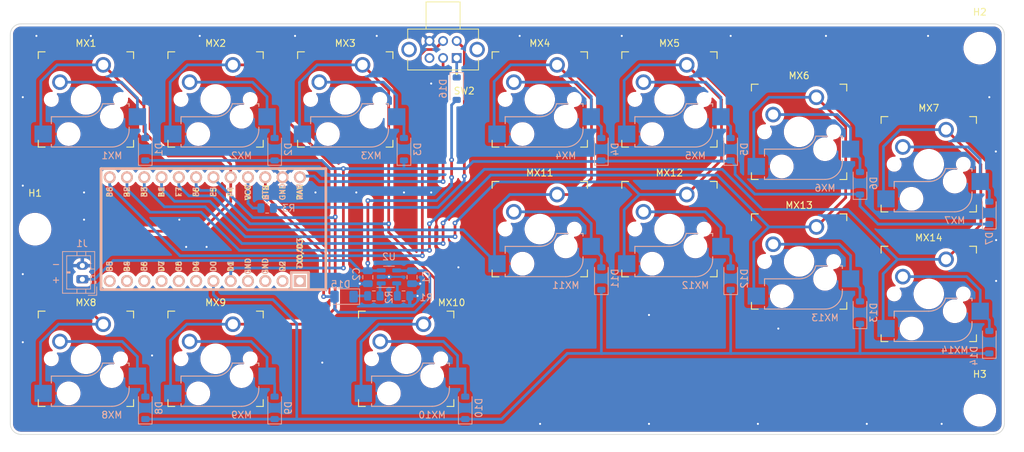
<source format=kicad_pcb>
(kicad_pcb (version 20221018) (generator pcbnew)
  (layers (0 "F.Cu" signal) (31 "B.Cu" signal) (34 "B.Paste" user) (35 "F.Paste" user) (36 "B.SilkS" user "B.Silkscreen") (37 "F.SilkS" user "F.Silkscreen") (38 "B.Mask" user) (39 "F.Mask" user) (44 "Edge.Cuts" user))
  (net 0 "")
  (net 5 "/ROW0")
  (net 6 "/ROW1")
  (net 8 "Net-(D16-K)")
  (net 9 "/COL0")
  (net 10 "/COL1")
  (net 11 "/COL2")
  (net 12 "/COL3")
  (net 13 "/COL4")
  (net 14 "/COL5")
  (net 15 "/COL6")
  (net 16 "Net-(SW2B-A)")
  (net 17 "+3.3V")
  (net 18 "Net-(D1-A)")
  (net 19 "Net-(D2-A)")
  (net 20 "Net-(D3-A)")
  (net 21 "Net-(D4-A)")
  (net 22 "Net-(D5-A)")
  (net 23 "Net-(D6-A)")
  (net 24 "Net-(D7-A)")
  (net 25 "Net-(SW2A-B)")
  (net 26 "Net-(D8-A)")
  (net 27 "Net-(D9-A)")
  (net 28 "Net-(D10-A)")
  (net 29 "Net-(D11-A)")
  (net 30 "Net-(D12-A)")
  (net 31 "Net-(D13-A)")
  (net 32 "Net-(D14-A)")
  (net 34 "Net-(SW2B-B)")
  (net 38 "GND")
  (net 39 "VDD")
  (net 40 "Net-(D15-K)")
  (net 41 "+BATT")
  (net 42 "Net-(U2-PROG)")
  (net 43 "Net-(U2-STAT)")
  (footprint "Hitbox_PCB:Kailh_socket_MX_optional" (layer "F.Cu") (at 127.005 33.3375)
    (fp_text reference "MX5")
    (fp_text value "MX_SW_solder")
  )
  (footprint "MountingHole:MountingHole_4.3mm_M4" (layer "F.Cu") (at 33.8 52.4)
    (fp_text reference "H1")
    (fp_text value "MountingHole")
  )
  (footprint "Hitbox_PCB:Kailh_socket_MX_optional" (layer "F.Cu") (at 146.05 38.0975)
    (fp_text reference "MX6")
    (fp_text value "MX_SW_solder")
  )
  (footprint "Hitbox_PCB:SW_EG2208" (layer "F.Cu") (at 93.75 26 180)
    (fp_text reference "SW2")
    (fp_text value "EG2208")
  )
  (footprint "Hitbox_PCB:Kailh_socket_MX_optional" (layer "F.Cu") (at 41.275 71.4375)
    (fp_text reference "MX8")
    (fp_text value "MX_SW_solder")
  )
  (footprint "Hitbox_PCB:Kailh_socket_MX_optional" (layer "F.Cu") (at 165.105 42.8575)
    (fp_text reference "MX7")
    (fp_text value "MX_SW_solder")
  )
  (footprint "Hitbox_PCB:Kailh_socket_MX_optional" (layer "F.Cu") (at 107.955 33.3375)
    (fp_text reference "MX4")
    (fp_text value "MX_SW_solder")
  )
  (footprint "Hitbox_PCB:Kailh_socket_MX_optional" (layer "F.Cu") (at 107.955 52.3875)
    (fp_text reference "MX11")
    (fp_text value "MX_SW_solder")
  )
  (footprint "MountingHole:MountingHole_4.3mm_M4" (layer "F.Cu") (at 172.6 25.8)
    (fp_text reference "H2")
    (fp_text value "MountingHole")
  )
  (footprint "MountingHole:MountingHole_4.3mm_M4" (layer "F.Cu") (at 172.6 79)
    (fp_text reference "H3")
    (fp_text value "MountingHole")
  )
  (footprint "Hitbox_PCB:Kailh_socket_MX_optional" (layer "F.Cu") (at 146.055 57.1475)
    (fp_text reference "MX13")
    (fp_text value "MX_SW_solder")
  )
  (footprint "Hitbox_PCB:Kailh_socket_MX_optional" (layer "F.Cu") (at 60.325 33.3375)
    (fp_text reference "MX2")
    (fp_text value "MX_SW_solder")
  )
  (footprint "Hitbox_PCB:Kailh_socket_MX_optional" (layer "F.Cu") (at 127.005 52.3875)
    (fp_text reference "MX12")
    (fp_text value "MX_SW_solder")
  )
  (footprint "Hitbox_PCB:Kailh_socket_MX_optional" (layer "F.Cu") (at 41.275 33.3375)
    (fp_text reference "MX1")
    (fp_text value "MX_SW_solder")
  )
  (footprint "Hitbox_PCB:Kailh_socket_MX_optional" (layer "F.Cu") (at 60.325 71.4375)
    (fp_text reference "MX9")
    (fp_text value "MX_SW_solder")
  )
  (footprint "Hitbox_PCB:Kailh_socket_MX_optional" (layer "F.Cu") (at 79.375 33.3375)
    (fp_text reference "MX3")
    (fp_text value "MX_SW_solder")
  )
  (footprint "Hitbox_PCB:Kailh_socket_MX_optional" (layer "F.Cu") (at 165.105 61.9075)
    (fp_text reference "MX14")
    (fp_text value "MX_SW_solder")
  )
  (footprint "Hitbox_PCB:Kailh_socket_MX_optional" (layer "F.Cu") (at 88.325 71.4375)
    (fp_text reference "MX10")
    (fp_text value "MX_SW_solder")
  )
  (footprint "Keebio:ArduinoProMicro" (layer "B.Cu") (at 58.7375 52.3875 180)
    (fp_text reference "U1" hide)
    (fp_text value "ProMicro" hide)
  )
  (footprint "Package_TO_SOT_SMD:SOT-23-5" (layer "B.Cu") (at 85.8 59.4)
    (fp_text reference "U2")
    (fp_text value "MCP73831T-2ACI/OT")
  )
  (footprint "Capacitor_SMD:C_0805_2012Metric" (layer "B.Cu") (at 82.6875 59.45 -90)
    (fp_text reference "C2")
    (fp_text value "4.7uF")
  )
  (footprint "Diode_SMD:D_SOD-123" (layer "B.Cu") (at 117 59.65 90)
    (fp_text reference "D11")
    (fp_text value "1N4448W-TP")
  )
  (footprint "Resistor_SMD:R_0805_2012Metric" (layer "B.Cu") (at 87.9375 62.2)
    (fp_text reference "R1")
    (fp_text value "2k")
  )
  (footprint "Diode_SMD:D_SOD-123" (layer "B.Cu") (at 69 40.65 90)
    (fp_text reference "D2")
    (fp_text value "1N4448W-TP")
  )
  (footprint "Diode_SMD:D_SOD-123" (layer "B.Cu") (at 69 78.65 90)
    (fp_text reference "D9")
    (fp_text value "1N4448W-TP")
  )
  (footprint "Capacitor_SMD:C_0805_2012Metric" (layer "B.Cu") (at 89.1875 59.45 90)
    (fp_text reference "C1")
    (fp_text value "4.7uF")
  )
  (footprint "Diode_SMD:D_SOD-123" (layer "B.Cu") (at 174 50 90)
    (fp_text reference "D7")
    (fp_text value "1N4448W-TP")
  )
  (footprint "Diode_SMD:D_SOD-123" (layer "B.Cu") (at 95.75 31.75 -90)
    (fp_text reference "D16")
    (fp_text value "MBR0520")
  )
  (footprint "Diode_SMD:D_SOD-123" (layer "B.Cu") (at 174 69 90)
    (fp_text reference "D14")
    (fp_text value "1N4448W-TP")
  )
  (footprint "Diode_SMD:D_SOD-123" (layer "B.Cu") (at 50 40.65 90)
    (fp_text reference "D1")
    (fp_text value "1N4448W-TP")
  )
  (footprint "Connector_JST:JST_PH_B2B-PH-K_1x02_P2.00mm_Vertical" (layer "B.Cu") (at 40.75 59.75 90)
    (fp_text reference "J1")
    (fp_text value "B2B-PH-K-S(LF)(SN)")
  )
  (footprint "Resistor_SMD:R_0805_2012Metric" (layer "B.Cu") (at 83.575 62.2 180)
    (fp_text reference "R2")
    (fp_text value "470")
  )
  (footprint "Diode_SMD:D_SOD-123" (layer "B.Cu") (at 88 40.65 90)
    (fp_text reference "D3")
    (fp_text value "1N4448W-TP")
  )
  (footprint "Diode_SMD:D_SOD-123" (layer "B.Cu") (at 155 45.65 90)
    (fp_text reference "D6")
    (fp_text value "1N4448W-TP")
  )
  (footprint "Diode_SMD:D_SOD-123" (layer "B.Cu") (at 117 40.65 90)
    (fp_text reference "D4")
    (fp_text value "1N4448W-TP")
  )
  (footprint "LED_SMD:LED_1206_3216Metric" (layer "B.Cu") (at 79.2 62.3 180)
    (fp_text reference "D15")
    (fp_text value "LTST-C230KRKT")
  )
  (footprint "Diode_SMD:D_SOD-123" (layer "B.Cu") (at 97 78.65 90)
    (fp_text reference "D10")
    (fp_text value "1N4448W-TP")
  )
  (footprint "Resistor_SMD:R_0805_2012Metric" (layer "B.Cu") (at 67.9 49.3 180)
    (fp_text reference "R3")
    (fp_text value "100k")
  )
  (footprint "Diode_SMD:D_SOD-123" (layer "B.Cu") (at 155 64.65 90)
    (fp_text reference "D13")
    (fp_text value "1N4448W-TP")
  )
  (footprint "Diode_SMD:D_SOD-123" (layer "B.Cu") (at 136 40.65 90)
    (fp_text reference "D5")
    (fp_text value "1N4448W-TP")
  )
  (footprint "Diode_SMD:D_SOD-123" (layer "B.Cu") (at 136 59.65 90)
    (fp_text reference "D12")
    (fp_text value "1N4448W-TP")
  )
  (footprint "Diode_SMD:D_SOD-123" (layer "B.Cu") (at 50 78.65 90)
    (fp_text reference "D8")
    (fp_text value "1N4448W-TP")
  )
  (gr_line (start 176.2125 23.8125) (end 176.2125 80.9625) (stroke (width 0.1)) (layer "Edge.Cuts"))
  (gr_circle (center 172.6 79) (end 174.6 79) (stroke (width 0.1)) (fill none) (layer "Edge.Cuts"))
  (gr_line (start 30.1625 80.9625) (end 30.1625 23.8125) (stroke (width 0.1)) (layer "Edge.Cuts"))
  (gr_line (start 174.625 82.55) (end 31.75 82.55) (stroke (width 0.1)) (layer "Edge.Cuts"))
  (gr_arc (start 31.75 82.55) (mid 30.627468 82.085032) (end 30.1625 80.9625) (stroke (width 0.1)) (layer "Edge.Cuts"))
  (gr_circle (center 33.8 52.393556) (end 35.8 52.393556) (stroke (width 0.1)) (fill none) (layer "Edge.Cuts"))
  (gr_line (start 31.75 22.225) (end 174.625 22.225) (stroke (width 0.1)) (layer "Edge.Cuts"))
  (gr_arc (start 176.2125 80.9625) (mid 175.747532 82.085032) (end 174.625 82.55) (stroke (width 0.1)) (layer "Edge.Cuts"))
  (gr_circle (center 172.6 25.8) (end 174.6 25.8) (stroke (width 0.1)) (fill none) (layer "Edge.Cuts"))
  (gr_arc (start 30.1625 23.8125) (mid 30.627468 22.689968) (end 31.75 22.225) (stroke (width 0.1)) (layer "Edge.Cuts"))
  (gr_arc (start 174.625 22.225) (mid 175.747532 22.689968) (end 176.2125 23.8125) (stroke (width 0.1)) (layer "Edge.Cuts"))
  (gr_text "-" (at 37.6 58.1) (layer "B.SilkS") (effects (font (size 1 1)) (justify left bottom mirror)))
  (gr_text "+" (at 37.6 60.4) (layer "B.SilkS") (effects (font (size 1 1)) (justify left bottom mirror)))
  (segment (start 79.1 58.1) (end 79.1 43.5) (width 0.4) (layer "F.Cu") (net 5))
  (via (at 79.1 58.1) (size 0.7) (drill 0.3) (layers "F.Cu" "B.Cu") (net 5))
  (via (at 79.1 43.5) (size 0.7) (drill 0.3) (layers "F.Cu" "B.Cu") (net 5))
  (segment (start 79.1 43.5) (end 77.15 43.5) (width 0.4) (layer "B.Cu") (net 5))
  (segment (start 62.5475 60.0075) (end 62.5475 58.6525) (width 0.4) (layer "B.Cu") (net 5))
  (segment (start 136.65 42.95) (end 136.1 42.4) (width 0.4) (layer "B.Cu") (net 5))
  (segment (start 62.55 42.3) (end 50 42.3) (width 0.4) (layer "B.Cu") (net 5))
  (segment (start 155 49) (end 155 47.25) (width 0.4) (layer "B.Cu") (net 5))
  (segment (start 155 47.25) (end 139.55 47.25) (width 0.4) (layer "B.Cu") (net 5))
  (segment (start 157.65 51.65) (end 155 49) (width 0.4) (layer "B.Cu") (net 5))
  (segment (start 117 42.3) (end 117 42.45) (width 0.4) (layer "B.Cu") (net 5))
  (segment (start 62.55 42.3) (end 62.5475 42.3025) (width 0.4) (layer "B.Cu") (net 5))
  (segment (start 117 42.45) (end 98.15 42.45) (width 0.4) (layer "B.Cu") (net 5))
  (segment (start 98.15 42.45) (end 97.1 43.5) (width 0.4) (layer "B.Cu") (net 5))
  (segment (start 174 51.65) (end 157.65 51.65) (width 0.4) (layer "B.Cu") (net 5))
  (segment (start 63.1 58.1) (end 79.1 58.1) (width 0.4) (layer "B.Cu") (net 5))
  (segment (start 136 42.3) (end 136.1 42.4) (width 0.4) (layer "B.Cu") (net 5))
  (segment (start 136.1 42.4) (end 117.1 42.4) (width 0.4) (layer "B.Cu") (net 5))
  (segment (start 77.15 43.5) (end 75.95 42.3) (width 0.4) (layer "B.Cu") (net 5))
  (segment (start 69 42.3) (end 62.55 42.3) (width 0.4) (layer "B.Cu") (net 5))
  (segment (start 62.5475 58.6525) (end 63.1 58.1) (width 0.4) (layer "B.Cu") (net 5))
  (segment (start 136.65 44.35) (end 136.65 42.95) (width 0.4) (layer "B.Cu") (net 5))
  (segment (start 75.95 42.3) (end 69 42.3) (width 0.4) (layer "B.Cu") (net 5))
  (segment (start 139.55 47.25) (end 136.65 44.35) (width 0.4) (layer "B.Cu") (net 5))
  (segment (start 117.1 42.4) (end 117 42.3) (width 0.4) (layer "B.Cu") (net 5))
  (segment (start 88 42.3) (end 88 43.5) (width 0.4) (layer "B.Cu") (net 5))
  (segment (start 97.1 43.5) (end 79.1 43.5) (width 0.4) (layer "B.Cu") (net 5))
  (segment (start 117 61.3) (end 117 70.55) (width 0.4) (layer "B.Cu") (net 6))
  (segment (start 50 80.3) (end 69 80.3) (width 0.4) (layer "B.Cu") (net 6))
  (segment (start 155 66.3) (end 155 70.6) (width 0.4) (layer "B.Cu") (net 6))
  (segment (start 117.1 70.65) (end 112 70.65) (width 0.4) (layer "B.Cu") (net 6))
  (segment (start 174 70.65) (end 155.05 70.65) (width 0.4) (layer "B.Cu") (net 6))
  (segment (start 102.35 80.3) (end 97 80.3) (width 0.4) (layer "B.Cu") (net 6))
  (segment (start 68.75 62.75) (end 72.25 66.25) (width 0.4) (layer "B.Cu") (net 6))
  (segment (start 72.25 80.3) (end 97 80.3) (width 0.4) (layer "B.Cu") (net 6))
  (segment (start 60.0075 60.0075) (end 60.0075 62.0075) (width 0.4) (layer "B.Cu") (net 6))
  (segment (start 60.75 62.75) (end 68.75 62.75) (width 0.4) (layer "B.Cu") (net 6))
  (segment (start 155 70.6) (end 155.05 70.65) (width 0.4) (layer "B.Cu") (net 6))
  (segment (start 60.0075 62.0075) (end 60.75 62.75) (width 0.4) (layer "B.Cu") (net 6))
  (segment (start 136 61.3) (end 136 70.6) (width 0.4) (layer "B.Cu") (net 6))
  (segment (start 72.25 66.25) (end 72.25 80.3) (width 0.4) (layer "B.Cu") (net 6))
  (segment (start 117 70.55) (end 117.1 70.65) (width 0.4) (layer "B.Cu") (net 6))
  (segment (start 136 70.6) (end 136.05 70.65) (width 0.4) (layer "B.Cu") (net 6))
  (segment (start 136.05 70.65) (end 117.1 70.65) (width 0.4) (layer "B.Cu") (net 6))
  (segment (start 155.05 70.65) (end 136.05 70.65) (width 0.4) (layer "B.Cu") (net 6))
  (segment (start 69 80.3) (end 72.25 80.3) (width 0.4) (layer "B.Cu") (net 6))
  (segment (start 112 70.65) (end 102.35 80.3) (width 0.4) (layer "B.Cu") (net 6))
  (segment (start 95.75 30.1) (end 95.75 27.25) (width 0.4) (layer "B.Cu") (net 8))
  (segment (start 38.5 61.0425) (end 38.5 56.8) (width 0.4) (layer "F.Cu") (net 9))
  (segment (start 43.815 66.3575) (end 38.5 61.0425) (width 0.4) (layer "F.Cu") (net 9))
  (segment (start 42.6 52.7) (end 58.2 52.7) (width 0.4) (layer "F.Cu") (net 9))
  (segment (start 62.5475 48.3525) (end 62.5475 44.7675) (width 0.4) (layer "F.Cu") (net 9))
  (segment (start 38.5 56.8) (end 42.6 52.7) (width 0.4) (layer "F.Cu") (net 9))
  (segment (start 62.5475 42.8475) (end 62.5475 44.7675) (width 0.4) (layer "F.Cu") (net 9))
  (segment (start 53.4 41.65) (end 61.35 41.65) (width 0.4) (layer "F.Cu") (net 9))
  (segment (start 49.8 38.05) (end 53.4 41.65) (width 0.4) (layer "F.Cu") (net 9))
  (segment (start 58.2 52.7) (end 62.5475 48.3525) (width 0.4) (layer "F.Cu") (net 9))
  (segment (start 61.35 41.65) (end 62.5475 42.8475) (width 0.4) (layer "F.Cu") (net 9))
  (segment (start 49.8 34.2425) (end 49.8 38.05) (width 0.4) (layer "F.Cu") (net 9))
  (segment (start 43.815 28.2575) (end 49.8 34.2425) (width 0.4) (layer "F.Cu") (net 9))
  (segment (start 34.65 38.0825) (end 34.65 30.65) (width 0.4) (layer "B.Cu") (net 9))
  (segment (start 37.2425 66.3575) (end 43.815 66.3575) (width 0.4) (layer "B.Cu") (net 9))
  (segment (start 34.985 76.5175) (end 34.6 76.1325) (width 0.4) (layer "B.Cu") (net 9))
  (segment (start 37.0425 28.2575) (end 43.815 28.2575) (width 0.4) (layer "B.Cu") (net 9))
  (segment (start 34.6 76.1325) (end 34.6 69) (width 0.4) (layer "B.Cu") (net 9))
  (segment (start 34.985 38.4175) (end 34.65 38.0825) (width 0.4) (layer "B.Cu") (net 9))
  (segment (start 34.65 30.65) (end 37.0425 28.2575) (width 0.4) (layer "B.Cu") (net 9))
  (segment (start 34.6 69) (end 37.2425 66.3575) (width 0.4) (layer "B.Cu") (net 9))
  (segment (start 77.9 50.6) (end 77.9 64) (width 0.4) (layer "F.Cu") (net 10))
  (segment (start 77.9 43.5) (end 71.05 36.65) (width 0.4) (layer "F.Cu") (net 10))
  (segment (start 67.9075 28.2575) (end 62.865 28.2575) (width 0.4) (layer "F.Cu") (net 10))
  (segment (start 71.05 31.4) (end 67.9075 28.2575) (width 0.4) (layer "F.Cu") (net 10))
  (segment (start 77.9 50.6) (end 77.9 43.5) (width 0.4) (layer "F.Cu") (net 10))
  (segment (start 75.5425 66.3575) (end 62.865 66.3575) (width 0.4) (layer "F.Cu") (net 10))
  (segment (start 77.9 64) (end 75.5425 66.3575) (width 0.4) (layer "F.Cu") (net 10))
  (segment (start 71.05 36.65) (end 71.05 31.4) (width 0.4) (layer "F.Cu") (net 10))
  (via (at 77.9 50.6) (size 0.7) (drill 0.3) (layers "F.Cu" "B.Cu") (net 10))
  (segment (start 53.65 38.0325) (end 53.65 30.8) (width 0.4) (layer "B.Cu") (net 10))
  (segment (start 53.7 76.1825) (end 53.7 68.75) (width 0.4) (layer "B.Cu") (net 10))
  (segment (start 53.7 68.75) (end 56.0925 66.3575) (width 0.4) (layer "B.Cu") (net 10))
  (segment (start 77.8 50.7) (end 65.8 50.7) (width 0.4) (layer "B.Cu") (net 10))
  (segment (start 54.035 76.5175) (end 53.7 76.1825) (width 0.4) (layer "B.Cu") (net 10))
  (segment (start 77.9 50.6) (end 77.8 50.7) (width 0.4) (layer "B.Cu") (net 10))
  (segment (start 56.1925 28.2575) (end 62.865 28.2575) (width 0.4) (layer "B.Cu") (net 10))
  (segment (start 65.8 50.7) (end 60.0075 44.9075) (width 0.4) (layer "B.Cu") (net 10))
  (segment (start 60.0075 44.9075) (end 60.0075 44.7675) (width 0.4) (layer "B.Cu") (net 10))
  (segment (start 54.035 38.4175) (end 53.65 38.0325) (width 0.4) (layer "B.Cu") (net 10))
  (segment (start 56.0925 66.3575) (end 62.865 66.3575) (width 0.4) (layer "B.Cu") (net 10))
  (segment (start 53.65 30.8) (end 56.1925 28.2575) (width 0.4) (layer "B.Cu") (net 10))
  (segment (start 85.7559 32.0984) (end 85.7559 52.8559) (width 0.4) (layer "F.Cu") (net 11))
  (segment (start 81.915 28.2575) (end 85.7559 32.0984) (width 0.4) (layer "F.Cu") (net 11))
  (segment (start 85.7559 52.8559) (end 92.6 59.7) (width 0.4) (layer "F.Cu") (net 11))
  (segment (start 92.6 59.7) (end 92.6 64.6225) (width 0.4) (layer "F.Cu") (net 11))
  (segment (start 92.6 64.6225) (end 90.865 66.3575) (width 0.4) (layer "F.Cu") (net 11))
  (via (at 85.7559 51.6) (size 0.7) (drill 0.3) (layers "F.Cu" "B.Cu") (net 11))
  (segment (start 60.5 46.7) (end 58.1 46.7) (width 0.4) (layer "B.Cu") (net 11))
  (segment (start 73.085 38.4175) (end 72.65 37.9825) (width 0.4) (layer "B.Cu") (net 11))
  (segment (start 81.7 68.95) (end 84.2925 66.3575) (width 0.4) (layer "B.Cu") (net 11))
  (segment (start 82.035 76.5175) (end 81.7 76.1825) (width 0.4) (layer "B.Cu") (net 11))
  (segment (start 58.1 46.7) (end 57.4675 46.0675) (width 0.4) (layer "B.Cu") (net 11))
  (segment (start 65.4 51.6) (end 60.5 46.7) (width 0.4) (layer "B.Cu") (net 11))
  (segment (start 72.65 37.9825) (end 72.65 30.85) (width 0.4) (layer "B.Cu") (net 11))
  (segment (start 72.65 30.85) (end 75.2425 28.2575) (width 0.4) (layer "B.Cu") (net 11))
  (segment (start 85.7559 51.6) (end 65.4 51.6) (width 0.4) (layer "B.Cu") (net 11))
  (segment (start 75.2425 28.2575) (end 81.915 28.2575) (width 0.4) (layer "B.Cu") (net 11))
  (segment (start 81.7 76.1825) (end 81.7 68.95) (width 0.4) (layer "B.Cu") (net 11))
  (segment (start 57.4675 46.0675) (end 57.4675 44.7675) (width 0.4) (layer "B.Cu") (net 11))
  (segment (start 84.2925 66.3575) (end 90.865 66.3575) (width 0.4) (layer "B.Cu") (net 11))
  (segment (start 115.55 33.3125) (end 110.495 28.2575) (width 0.4) (layer "F.Cu") (net 12))
  (segment (start 110.495 47.3075) (end 113.1925 47.3075) (width 0.4) (layer "F.Cu") (net 12))
  (segment (start 115.55 44.95) (end 115.55 33.3125) (width 0.4) (layer "F.Cu") (net 12))
  (segment (start 113.1925 47.3075) (end 115.55 44.95) (width 0.4) (layer "F.Cu") (net 12))
  (segment (start 101.25 30.7) (end 103.6925 28.2575) (width 0.4) (layer "B.Cu") (net 12))
  (segment (start 101.3 49.55) (end 103.5425 47.3075) (width 0.4) (layer "B.Cu") (net 12))
  (segment (start 101.3 57.1025) (end 101.3 49.55) (width 0.4) (layer "B.Cu") (net 12))
  (segment (start 54.9275 46.0275) (end 56.4 47.5) (width 0.4) (layer "B.Cu") (net 12))
  (segment (start 65 52.5) (end 96.6975 52.5) (width 0.4) (layer "B.Cu") (net 12))
  (segment (start 103.5425 47.3075) (end 110.495 47.3075) (width 0.4) (layer "B.Cu") (net 12))
  (segment (start 101.665 57.4675) (end 101.3 57.1025) (width 0.4) (layer "B.Cu") (net 12))
  (segment (start 60 47.5) (end 65 52.5) (width 0.4) (layer "B.Cu") (net 12))
  (segment (start 96.6975 52.5) (end 101.665 57.4675) (width 0.4) (layer "B.Cu") (net 12))
  (segment (start 101.25 38.0025) (end 101.25 30.7) (width 0.4) (layer "B.Cu") (net 12))
  (segment (start 56.4 47.5) (end 60 47.5) (width 0.4) (layer "B.Cu") (net 12))
  (segment (start 103.6925 28.2575) (end 110.495 28.2575) (width 0.4) (layer "B.Cu") (net 12))
  (segment (start 54.9275 44.7675) (end 54.9275 46.0275) (width 0.4) (layer "B.Cu") (net 12))
  (segment (start 101.665 38.4175) (end 101.25 38.0025) (width 0.4) (layer "B.Cu") (net 12))
  (segment (start 134.65 42.2025) (end 134.65 33.3625) (width 0.4) (layer "F.Cu") (net 13))
  (segment (start 95.5 53.5) (end 95.5 51.5) (width 0.4) (layer "F.Cu") (net 13))
  (segment (start 129.545 47.3075) (end 134.65 42.2025) (width 0.4) (layer "F.Cu") (net 13))
  (segment (start 134.65 33.3625) (end 129.545 28.2575) (width 0.4) (layer "F.Cu") (net 13))
  (via (at 95.5 51.5) (size 0.7) (drill 0.3) (layers "F.Cu" "B.Cu") (net 13))
  (via (at 95.5 53.5) (size 0.7) (drill 0.3) (layers "F.Cu" "B.Cu") (net 13))
  (segment (start 120.735 45.45) (end 122.5925 47.3075) (width 0.4) (layer "B.Cu") (net 13))
  (segment (start 54.3 48.3) (end 52.3875 46.3875) (width 0.4) (layer "B.Cu") (net 13))
  (segment (start 95.5 53.5) (end 64.7 53.5) (width 0.4) (layer "B.Cu") (net 13))
  (segment (start 120.35 30.55) (end 122.6425 28.2575) (width 0.4) (layer "B.Cu") (net 13))
  (segment (start 120.35 38.0525) (end 120.35 30.55) (width 0.4) (layer "B.Cu") (net 13))
  (segment (start 120.715 38.4175) (end 120.35 38.0525) (width 0.4) (layer "B.Cu") (net 13))
  (segment (start 120.715 57.4675) (end 120.35 57.1025) (width 0.4) (layer "B.Cu") (net 13))
  (segment (start 95.5 51.5) (end 101.55 45.45) (width 0.4) (layer "B.Cu") (net 13))
  (segment (start 59.5 48.3) (end 54.3 48.3) (width 0.4) (layer "B.Cu") (net 13))
  (segment (start 120.35 49.55) (end 122.5925 47.3075) (width 0.4) (layer "B.Cu") (net 13))
  (segment (start 52.3875 46.3875) (end 52.3875 44.7675) (width 0.4) (layer "B.Cu") (net 13))
  (segment (start 122.5925 47.3075) (end 129.545 47.3075) (width 0.4) (layer "B.Cu") (net 13))
  (segment (start 122.6425 28.2575) (end 129.545 28.2575) (width 0.4) (layer "B.Cu") (net 13))
  (segment (start 64.7 53.5) (end 59.5 48.3) (width 0.4) (layer "B.Cu") (net 13))
  (segment (start 120.35 57.1025) (end 120.35 49.55) (width 0.4) (layer "B.Cu") (net 13))
  (segment (start 101.55 45.45) (end 120.735 45.45) (width 0.4) (layer "B.Cu") (net 13))
  (segment (start 152.9 47.7625) (end 152.9 37.3275) (width 0.4) (layer "F.Cu") (net 14))
  (segment (start 152.9 37.3275) (end 148.59 33.0175) (width 0.4) (layer "F.Cu") (net 14))
  (segment (start 93.75 51.5) (end 93.75 54.5) (width 0.4) (layer "F.Cu") (net 14))
  (segment (start 148.595 52.0675) (end 152.9 47.7625) (width 0.4) (layer "F.Cu") (net 14))
  (via (at 93.75 54.5) (size 0.7) (drill 0.3) (layers "F.Cu" "B.Cu") (net 14))
  (via (at 93.75 51.5) (size 0.7) (drill 0.3) (layers "F.Cu" "B.Cu") (net 14))
  (segment (start 141.6325 52.0675) (end 148.595 52.0675) (width 0.4) (layer "B.Cu") (net 14))
  (segment (start 64.2 54.5) (end 58.8 49.1) (width 0.4) (layer "B.Cu") (net 14))
  (segment (start 100.75 44.45) (end 134.015 44.45) (width 0.4) (layer "B.Cu") (net 14))
  (segment (start 93.75 54.5) (end 64.2 54.5) (width 0.4) (layer "B.Cu") (net 14))
  (segment (start 139.76 43.1775) (end 139.4 42.8175) (width 0.4) (layer "B.Cu") (net 14))
  (segment (start 139.4 42.8175) (end 139.4 35.25) (width 0.4) (layer "B.Cu") (net 14))
  (segment (start 93.75 51.45) (end 100.75 44.45) (width 0.4) (layer "B.Cu") (net 14))
  (segment (start 139.765 62.2275) (end 139.4 61.8625) (width 0.4) (layer "B.Cu") (net 14))
  (segment (start 139.4 35.25) (end 141.6325 33.0175) (width 0.4) (layer "B.Cu") (net 14))
  (segment (start 139.4 61.8625) (end 139.4 54.3) (width 0.4) (layer "B.Cu") (net 14))
  (segment (start 52.8 49.1) (end 49.8475 46.1475) (width 0.4) (layer "B.Cu") (net 14))
  (segment (start 141.6325 33.0175) (end 148.59 33.0175) (width 0.4) (layer "B.Cu") (net 14))
  (segment (start 49.8475 46.1475) (end 49.8475 44.7675) (width 0.4) (layer "B.Cu") (net 14))
  (segment (start 58.8 49.1) (end 52.8 49.1) (width 0.4) (layer "B.Cu") (net 14))
  (segment (start 134.015 44.45) (end 141.6325 52.0675) (width 0.4) (layer "B.Cu") (net 14))
  (segment (start 93.75 51.5) (end 93.75 51.45) (width 0.4) (layer "B.Cu") (net 14))
  (segment (start 139.4 54.3) (end 141.6325 52.0675) (width 0.4) (layer "B.Cu") (net 14))
  (segment (start 172.75 42.8825) (end 167.645 37.7775) (width 0.4) (layer "F.Cu") (net 15))
  (segment (start 91.75 51.6) (end 91.75 55.5) (width 0.4) (layer "F.Cu") (net 15))
  (segment (start 172.75 51.7225) (end 172.75 42.8825) (width 0.4) (layer "F.Cu") (net 15))
  (segment (start 167.645 56.8275) (end 172.75 51.7225) (width 0.4) (layer "F.Cu") (net 15))
  (via (at 91.75 51.6) (size 0.7) (drill 0.3) (layers "F.Cu" "B.Cu") (net 15))
  (via (at 91.75 55.5) (size 0.7) (drill 0.3) (layers "F.Cu" "B.Cu") (net 15))
  (segment (start 99.8 43.6) (end 134.75 43.6) (width 0.4) (layer "B.Cu") (net 15))
  (segment (start 91.8 51.6) (end 99.8 43.6) (width 0.4) (layer "B.Cu") (net 15))
  (segment (start 140.65 49.5) (end 153.2 49.5) (width 0.4) (layer "B.Cu") (net 15))
  (segment (start 158.815 66.9875) (end 158.4 66.5725) (width 0.4) (layer "B.Cu") (net 15))
  (segment (start 50.7 49.9) (end 47.3075 46.5075) (width 0.4) (layer "B.Cu") (net 15))
  (segment (start 158.45 40.25) (end 160.9225 37.7775) (width 0.4) (layer "B.Cu") (net 15))
  (segment (start 158.45 47.5725) (end 158.45 40.25) (width 0.4) (layer "B.Cu") (net 15))
  (segment (start 134.75 43.6) (end 140.65 49.5) (width 0.4) (layer "B.Cu") (net 15))
  (segment (start 47.3075 46.5075) (end 47.3075 44.7675) (width 0.4) (layer "B.Cu") (net 15))
  (segment (start 160.5225 56.8275) (end 167.645 56.8275) (width 0.4) (layer "B.Cu") (net 15))
  (segment (start 158.4 58.95) (end 160.5225 56.8275) (width 0.4) (layer "B.Cu") (net 15))
  (segment (start 158.815 47.9375) (end 158.45 47.5725) (width 0.4) (layer "B.Cu") (net 15))
  (segment (start 63.8 55.5) (end 58.2 49.9) (width 0.4) (layer "B.Cu") (net 15))
  (segment (start 91.75 55.5) (end 63.8 55.5) (width 0.4) (layer "B.Cu") (net 15))
  (segment (start 158.4 66.5725) (end 158.4 58.95) (width 0.4) (layer "B.Cu") (net 15))
  (segment (start 160.5225 56.8225) (end 160.5225 56.8275) (width 0.4) (layer "B.Cu") (net 15))
  (segment (start 160.9225 37.7775) (end 167.645 37.7775) (width 0.4) (layer "B.Cu") (net 15))
  (segment (start 58.2 49.9) (end 50.7 49.9) (width 0.4) (layer "B.Cu") (net 15))
  (segment (start 91.75 51.6) (end 91.8 51.6) (width 0.4) (layer "B.Cu") (net 15))
  (segment (start 153.2 49.5) (end 160.5225 56.8225) (width 0.4) (layer "B.Cu") (net 15))
  (segment (start 96.869 44.631) (end 96.869 25.869) (width 0.4) (layer "F.Cu") (net 16))
  (segment (start 96.869 25.869) (end 95.75 24.75) (width 0.4) (layer "F.Cu") (net 16))
  (via (at 96.869 44.631) (size 0.7) (drill 0.3) (layers "F.Cu" "B.Cu") (net 16))
  (segment (start 96.869 45.331) (end 93 49.2) (width 0.4) (layer "B.Cu") (net 16))
  (segment (start 68.9125 49.2) (end 68.8125 49.3) (width 0.4) (layer "B.Cu") (net 16))
  (segment (start 96.869 44.631) (end 96.869 45.331) (width 0.4) (layer "B.Cu") (net 16))
  (segment (start 93 49.2) (end 68.9125 49.2) (width 0.4) (layer "B.Cu") (net 16))
  (segment (start 65.0875 48.5875) (end 65.0875 44.7675) (width 0.4) (layer "B.Cu") (net 17))
  (segment (start 66.9875 49.3) (end 65.8 49.3) (width 0.4) (layer "B.Cu") (net 17))
  (segment (start 65.8 49.3) (end 65.0875 48.5875) (width 0.4) (layer "B.Cu") (net 17))
  (segment (start 46.4975 30.7975) (end 37.465 30.7975) (width 0.4) (layer "B.Cu") (net 18))
  (segment (start 50 37.0425) (end 48.835 35.8775) (width 0.4) (layer "B.Cu") (net 18))
  (segment (start 50 39) (end 50 37.0425) (width 0.4) (layer "B.Cu") (net 18))
  (segment (start 48.835 35.8775) (end 48.835 33.135) (width 0.4) (layer "B.Cu") (net 18))
  (segment (start 48.835 33.135) (end 46.4975 30.7975) (width 0.4) (layer "B.Cu") (net 18))
  (segment (start 67.885 32.935) (end 65.7475 30.7975) (width 0.4) (layer "B.Cu") (net 19))
  (segment (start 69 36.9925) (end 67.885 35.8775) (width 0.4) (layer "B.Cu") (net 19))
  (segment (start 65.7475 30.7975) (end 56.515 30.7975) (width 0.4) (layer "B.Cu") (net 19))
  (segment (start 67.885 35.8775) (end 67.885 32.935) (width 0.4) (layer "B.Cu") (net 19))
  (segment (start 69 39) (end 69 36.9925) (width 0.4) (layer "B.Cu") (net 19))
  (segment (start 86.935 32.735) (end 84.9975 30.7975) (width 0.4) (layer "B.Cu") (net 20))
  (segment (start 88 36.9425) (end 86.935 35.8775) (width 0.4) (layer "B.Cu") (net 20))
  (segment (start 86.935 35.8775) (end 86.935 32.735) (width 0.4) (layer "B.Cu") (net 20))
  (segment (start 88 39) (end 88 36.9425) (width 0.4) (layer "B.Cu") (net 20))
  (segment (start 84.9975 30.7975) (end 75.565 30.7975) (width 0.4) (layer "B.Cu") (net 20))
  (segment (start 115.515 32.915) (end 113.3975 30.7975) (width 0.4) (layer "B.Cu") (net 21))
  (segment (start 115.515 35.8775) (end 115.515 32.915) (width 0.4) (layer "B.Cu") (net 21))
  (segment (start 113.3975 30.7975) (end 104.145 30.7975) (width 0.4) (layer "B.Cu") (net 21))
  (segment (start 117 39) (end 117 37.3625) (width 0.4) (layer "B.Cu") (net 21))
  (segment (start 117 37.3625) (end 115.515 35.8775) (width 0.4) (layer "B.Cu") (net 21))
  (segment (start 136 39) (end 136 37.3125) (width 0.4) (layer "B.Cu") (net 22))
  (segment (start 132.3475 30.7975) (end 123.195 30.7975) (width 0.4) (layer "B.Cu") (net 22))
  (segment (start 136 37.3125) (end 134.565 35.8775) (width 0.4) (layer "B.Cu") (net 22))
  (segment (start 134.565 35.8775) (end 134.565 33.015) (width 0.4) (layer "B.Cu") (net 22))
  (segment (start 134.565 33.015) (end 132.3475 30.7975) (width 0.4) (layer "B.Cu") (net 22))
  (segment (start 155 44) (end 155 42.0275) (width 0.4) (layer "B.Cu") (net 23))
  (segment (start 153.61 37.51) (end 151.6575 35.5575) (width 0.4) (layer "B.Cu") (net 23))
  (segment (start 151.6575 35.5575) (end 142.24 35.5575) (width 0.4) (layer "B.Cu") (net 23))
  (segment (start 155 42.0275) (end 153.61 40.6375) (width 0.4) (layer "B.Cu") (net 23))
  (segment (start 153.61 40.6375) (end 153.61 37.51) (width 0.4) (layer "B.Cu") (net 23))
  (segment (start 174 48.35) (end 174 46.7325) (width 0.4) (layer "B.Cu") (net 24))
  (segment (start 172.665 42.115) (end 170.8675 40.3175) (width 0.4) (layer "B.Cu") (net 24))
  (segment (start 172.665 45.3975) (end 172.665 42.115) (width 0.4) (layer "B.Cu") (net 24))
  (segment (start 174 46.7325) (end 172.665 45.3975) (width 0.4) (layer "B.Cu") (net 24))
  (segment (start 170.8675 40.3175) (end 161.295 40.3175) (width 0.4) (layer "B.Cu") (net 24))
  (segment (start 93.75 45.4) (end 93.75 27.25) (width 0.4) (layer "F.Cu") (net 25))
  (via (at 93.75 45.4) (size 0.7) (drill 0.3) (layers "F.Cu" "B.Cu") (net 25))
  (segment (start 75.6 45.4) (end 74.8 44.6) (width 0.4) (layer "B.Cu") (net 25))
  (segment (start 74.8 44.6) (end 72.875 44.6) (width 0.4) (layer "B.Cu") (net 25))
  (segment (start 72.875 44.6) (end 72.7075 44.7675) (width 0.4) (layer "B.Cu") (net 25))
  (segment (start 93.75 45.4) (end 75.6 45.4) (width 0.4) (layer "B.Cu") (net 25))
  (segment (start 48.835 73.9775) (end 48.835 71.135) (width 0.4) (layer "B.Cu") (net 26))
  (segment (start 50 77) (end 50 75.1425) (width 0.4) (layer "B.Cu") (net 26))
  (segment (start 50 75.1425) (end 48.835 73.9775) (width 0.4) (layer "B.Cu") (net 26))
  (segment (start 46.5975 68.8975) (end 37.465 68.8975) (width 0.4) (layer "B.Cu") (net 26))
  (segment (start 48.835 71.135) (end 46.5975 68.8975) (width 0.4) (layer "B.Cu") (net 26))
  (segment (start 67.885 71.235) (end 65.5475 68.8975) (width 0.4) (layer "B.Cu") (net 27))
  (segment (start 69 77) (end 69 75.0925) (width 0.4) (layer "B.Cu") (net 27))
  (segment (start 65.5475 68.8975) (end 56.515 68.8975) (width 0.4) (layer "B.Cu") (net 27))
  (segment (start 69 75.0925) (end 67.885 73.9775) (width 0.4) (layer "B.Cu") (net 27))
  (segment (start 67.885 73.9775) (end 67.885 71.235) (width 0.4) (layer "B.Cu") (net 27))
  (segment (start 97 75.0925) (end 95.885 73.9775) (width 0.4) (layer "B.Cu") (net 28))
  (segment (start 95.885 70.985) (end 93.7975 68.8975) (width 0.4) (layer "B.Cu") (net 28))
  (segment (start 97 77) (end 97 75.0925) (width 0.4) (layer "B.Cu") (net 28))
  (segment (start 93.7975 68.8975) (end 84.515 68.8975) (width 0.4) (layer "B.Cu") (net 28))
  (segment (start 95.885 73.9775) (end 95.885 70.985) (width 0.4) (layer "B.Cu") (net 28))
  (segment (start 117 58) (end 117 56.4125) (width 0.4) (layer "B.Cu") (net 29))
  (segment (start 115.515 51.565) (end 113.7975 49.8475) (width 0.4) (layer "B.Cu") (net 29))
  (segment (start 115.515 54.9275) (end 115.515 51.565) (width 0.4) (layer "B.Cu") (net 29))
  (segment (start 117 56.4125) (end 115.515 54.9275) (width 0.4) (layer "B.Cu") (net 29))
  (segment (start 113.7975 49.8475) (end 104.145 49.8475) (width 0.4) (layer "B.Cu") (net 29))
  (segment (start 132.2475 49.8475) (end 123.195 49.8475) (width 0.4) (layer "B.Cu") (net 30))
  (segment (start 134.565 54.9275) (end 134.565 52.165) (width 0.4) (layer "B.Cu") (net 30))
  (segment (start 136 58) (end 136 56.3625) (width 0.4) (layer "B.Cu") (net 30))
  (segment (start 136 56.3625) (end 134.565 54.9275) (width 0.4) (layer "B.Cu") (net 30))
  (segment (start 134.565 52.165) (end 132.2475 49.8475) (width 0.4) (layer "B.Cu") (net 30))
  (segment (start 153.615 56.265) (end 151.9575 54.6075) (width 0.4) (layer "B.Cu") (net 31))
  (segment (start 155 61.0725) (end 153.615 59.6875) (width 0.4) (layer "B.Cu") (net 31))
  (segment (start 153.615 59.6875) (end 153.615 56.265) (width 0.4) (layer "B.Cu") (net 31))
  (segment (start 155 63) (end 155 61.0725) (width 0.4) (layer "B.Cu") (net 31))
  (segment (start 151.9575 54.6075) (end 142.245 54.6075) (width 0.4) (layer "B.Cu") (net 31))
  (segment (start 172.665 64.4475) (end 172.665 61.365) (width 0.4) (layer "B.Cu") (net 32))
  (segment (start 174 67.35) (end 174 65.7825) (width 0.4) (layer "B.Cu") (net 32))
  (segment (start 174 65.7825) (end 172.665 64.4475) (width 0.4) (layer "B.Cu") (net 32))
  (segment (start 172.665 61.365) (end 170.6675 59.3675) (width 0.4) (layer "B.Cu") (net 32))
  (segment (start 170.6675 59.3675) (end 161.295 59.3675) (width 0.4) (layer "B.Cu") (net 32))
  (segment (start 90.7 56.3) (end 90.7 34.3) (width 0.4) (layer "F.Cu") (net 34))
  (segment (start 92.75 30.689339) (end 90.4 28.339339) (width 0.4) (layer "F.Cu") (net 34))
  (segment (start 91.2 26) (end 92.5 26) (width 0.4) (layer "F.Cu") (net 34))
  (segment (start 90.4 28.339339) (end 90.4 26.8) (width 0.4) (layer "F.Cu") (net 34))
  (segment (start 90.7 34.3) (end 92.75 32.25) (width 0.4) (layer "F.Cu") (net 34))
  (segment (start 90.4 26.8) (end 91.2 26) (width 0.4) (layer "F.Cu") (net 34))
  (segment (start 92.75 32.25) (end 92.75 30.689339) (width 0.4) (layer "F.Cu") (net 34))
  (segment (start 92.5 26) (end 93.75 24.75) (width 0.4) (layer "F.Cu") (net 34))
  (via (at 90.7 56.3) (size 0.7) (drill 0.3) (layers "F.Cu" "B.Cu") (net 34))
  (segment (start 53.7 54.9) (end 55.1 56.3) (width 0.4) (layer "B.Cu") (net 34))
  (segment (start 69.7 56.3) (end 90.7 56.3) (width 0.4) (layer "B.Cu") (net 34))
  (segment (start 44.7675 44.7675) (end 44.7675 45.9675) (width 0.4) (layer "B.Cu") (net 34))
  (segment (start 55.1 56.3) (end 69.7 56.3) (width 0.4) (layer "B.Cu") (net 34))
  (segment (start 44.7675 45.9675) (end 53.7 54.9) (width 0.4) (layer "B.Cu") (net 34))
  (via (at 174 33) (size 0.7) (drill 0.3) (layers "F.Cu" "B.Cu") (net 38))
  (via (at 32 46) (size 0.7) (drill 0.3) (layers "F.Cu" "B.Cu") (net 38))
  (via (at 136 24) (size 0.7) (drill 0.3) (layers "F.Cu" "B.Cu") (net 38))
  (via (at 96 58) (size 0.7) (drill 0.3) (layers "F.Cu" "B.Cu") (net 38))
  (via (at 58 24) (size 0.7) (drill 0.3) (layers "F.Cu" "B.Cu") (net 38))
  (via (at 167 81) (size 0.7) (drill 0.3) (layers "F.Cu" "B.Cu") (net 38))
  (via (at 108 81) (size 0.7) (drill 0.3) (layers "F.Cu" "B.Cu") (net 38))
  (via (at 32 59) (size 0.7) (drill 0.3) (layers "F.Cu" "B.Cu") (net 38))
  (via (at 175 54) (size 0.7) (drill 0.3) (layers "F.Cu" "B.Cu") (net 38))
  (via (at 84 24) (size 0.7) (drill 0.3) (layers "F.Cu" "B.Cu") (net 38))
  (via (at 55 51) (size 0.7) (drill 0.3) (layers "F.Cu" "B.Cu") (net 38))
  (via (at 59 55) (size 0.7) (drill 0.3) (layers "F.Cu" "B.Cu") (net 38))
  (via (at 32 69) (size 0.7) (drill 0.3) (layers "F.Cu" "B.Cu") (net 38))
  (via (at 124 81) (size 0.7) (drill 0.3) (layers "F.Cu" "B.Cu") (net 38))
  (via (at 165 24) (size 0.7) (drill 0.3) (layers "F.Cu" "B.Cu") (net 38))
  (via (at 175 60) (size 0.7) (drill 0.3) (layers "F.Cu" "B.Cu") (net 38))
  (via (at 90 62.2) (size 0.7) (drill 0.3) (layers "F.Cu" "B.Cu") (net 38))
  (via (at 34 24) (size 0.7) (drill 0.3) (layers "F.Cu" "B.Cu") (net 38))
  (via (at 41 51) (size 0.7) (drill 0.3) (layers "F.Cu" "B.Cu") (net 38))
  (via (at 75 47) (size 0.7) (drill 0.3) (layers "F.Cu" "B.Cu") (net 38))
  (via (at 140 81) (size 0.7) (drill 0.3) (layers "F.Cu" "B.Cu") (net 38))
  (via (at 92 31) (size 0.7) (drill 0.3) (layers "F.Cu" "B.Cu") (net 38))
  (via (at 105 24) (size 0.7) (drill 0.3) (layers "F.Cu" "B.Cu") (net 38))
  (via (at 76 72) (size 0.7) (drill 0.3) (layers "F.Cu" "B.Cu") (net 38))
  (via (at 50.994507 70.953577) (size 0.7) (drill 0.3) (layers "F.Cu" "B.Cu") (net 38))
  (via (at 150 24) (size 0.7) (drill 0.3) (layers "F.Cu" "B.Cu") (net 38))
  (via (at 120 24) (size 0.7) (drill 0.3) (layers "F.Cu" "B.Cu") (net 38))
  (via (at 72 24) (size 0.7) (drill 0.3) (layers "F.Cu" "B.Cu") (net 38))
  (via (at 124 65) (size 0.7) (drill 0.3) (layers "F.Cu" "B.Cu") (net 38))
  (via (at 156 81) (size 0.7) (drill 0.3) (layers "F.Cu" "B.Cu") (net 38))
  (via (at 92 47) (size 0.7) (drill 0.3) (layers "F.Cu" "B.Cu") (net 38))
  (via (at 174.955602 40.985326) (size 0.7) (drill 0.3) (layers "F.Cu" "B.Cu") (net 38))
  (via (at 41 47) (size 0.7) (drill 0.3) (layers "F.Cu" "B.Cu") (net 38))
  (via (at 32 33) (size 0.7) (drill 0.3) (layers "F.Cu" "B.Cu") (net 38))
  (via (at 143 67) (size 0.7) (drill 0.3) (layers "F.Cu" "B.Cu") (net 38))
  (via (at 81 47) (size 0.7) (drill 0.3) (layers "F.Cu" "B.Cu") (net 38))
  (via (at 85.8 59.4) (size 0.7) (drill 0.3) (layers "F.Cu" "B.Cu") (net 38))
  (via (at 90.4 60.4) (size 0.7) (drill 0.3) (layers "F.Cu" "B.Cu") (net 38))
  (via (at 56 55) (size 0.7) (drill 0.3) (layers "F.Cu" "B.Cu") (net 38))
  (via (at 42 24) (size 0.7) (drill 0.3) (layers "F.Cu" "B.Cu") (net 38))
  (via (at 88 47) (size 0.7) (drill 0.3) (layers "F.Cu" "B.Cu") (net 38))
  (via (at 81.5 60.4) (size 0.7) (drill 0.3) (layers "F.Cu" "B.Cu") (net 38))
  (segment (start 84.6625 59.4) (end 85.8 59.4) (width 0.4) (layer "B.Cu") (net 38))
  (segment (start 89.1875 60.4) (end 90.4 60.4) (width 0.4) (layer "B.Cu") (net 38))
  (segment (start 88.85 62.2) (end 90 62.2) (width 0.4) (layer "B.Cu") (net 38))
  (segment (start 82.6875 60.4) (end 81.5 60.4) (width 0.4) (layer "B.Cu") (net 38))
  (segment (start 67.6 47.4) (end 67.6275 47.3725) (width 0.4) (layer "F.Cu") (net 39))
  (segment (start 76.2 62.3) (end 76.2 56) (width 0.4) (layer "F.Cu") (net 39))
  (segment (start 67.6275 47.3725) (end 67.6275 44.7675) (width 0.4) (layer "F.Cu") (net 39))
  (segment (start 76.2 56) (end 67.6 47.4) (width 0.4) (layer "F.Cu") (net 39))
  (via (at 76.2 62.3) (size 0.7) (drill 0.3) (layers "F.Cu" "B.Cu") (net 39))
  (segment (start 78.3 64.6) (end 89.6 64.6) (width 0.4) (layer "B.Cu") (net 39))
  (segment (start 91.1 58.5) (end 89.1875 58.5) (width 0.4) (layer "B.Cu") (net 39))
  (segment (start 77.8 64.1) (end 78.3 64.6) (width 0.4) (layer "B.Cu") (net 39))
  (segment (start 91.8 62.4) (end 91.8 59.2) (width 0.4) (layer "B.Cu") (net 39))
  (segment (start 77.8 62.3) (end 77.8 64.1) (width 0.4) (layer "B.Cu") (net 39))
  (segment (start 89.1875 58.5) (end 86.9875 58.5) (width 0.4) (layer "B.Cu") (net 39))
  (segment (start 89.6 64.6) (end 91.8 62.4) (width 0.4) (layer "B.Cu") (net 39))
  (segment (start 86.9875 58.5) (end 86.9375 58.45) (width 0.4) (layer "B.Cu") (net 39))
  (segment (start 91.8 59.2) (end 91.1 58.5) (width 0.4) (layer "B.Cu") (net 39))
  (segment (start 77.8 62.3) (end 76.2 62.3) (width 0.4) (layer "B.Cu") (net 39))
  (segment (start 82.6625 62.2) (end 80.7 62.2) (width 0.4) (layer "B.Cu") (net 40))
  (segment (start 80.7 62.2) (end 80.6 62.3) (width 0.4) (layer "B.Cu") (net 40))
  (segment (start 95 44.8) (end 95 42.2) (width 0.4) (layer "F.Cu") (net 41))
  (segment (start 82.6875 57.4) (end 82.7 57.3875) (width 0.4) (layer "F.Cu") (net 41))
  (segment (start 82.7 57.3875) (end 82.7 48.2) (width 0.4) (layer "F.Cu") (net 41))
  (via (at 82.6875 57.4) (size 0.7) (drill 0.3) (layers "F.Cu" "B.Cu") (net 41))
  (via (at 95 42.2) (size 0.7) (drill 0.3) (layers "F.Cu" "B.Cu") (net 41))
  (via (at 82.7 48.2) (size 0.7) (drill 0.3) (layers "F.Cu" "B.Cu") (net 41))
  (via (at 95 44.8) (size 0.7) (drill 0.3) (layers "F.Cu" "B.Cu") (net 41))
  (segment (start 95 42.2) (end 95 34.15) (width 0.4) (layer "B.Cu") (net 41))
  (segment (start 84.6125 58.5) (end 84.6625 58.45) (width 0.4) (layer "B.Cu") (net 41))
  (segment (start 82.7 48.2) (end 92.8 48.2) (width 0.4) (layer "B.Cu") (net 41))
  (segment (start 80.1 57) (end 45.3 57) (width 0.4) (layer "B.Cu") (net 41))
  (segment (start 81.6 58.5) (end 80.1 57) (width 0.4) (layer "B.Cu") (net 41))
  (segment (start 42.55 59.75) (end 40.75 59.75) (width 0.4) (layer "B.Cu") (net 41))
  (segment (start 82.6875 58.5) (end 81.6 58.5) (width 0.4) (layer "B.Cu") (net 41))
  (segment (start 82.6875 58.5) (end 84.6125 58.5) (width 0.4) (layer "B.Cu") (net 41))
  (segment (start 82.6875 57.4) (end 82.6875 58.5) (width 0.4) (layer "B.Cu") (net 41))
  (segment (start 95 46) (end 95 44.8) (width 0.4) (layer "B.Cu") (net 41))
  (segment (start 95 34.15) (end 95.75 33.4) (width 0.4) (layer "B.Cu") (net 41))
  (segment (start 92.8 48.2) (end 95 46) (width 0.4) (layer "B.Cu") (net 41))
  (segment (start 45.3 57) (end 42.55 59.75) (width 0.4) (layer "B.Cu") (net 41))
  (segment (start 87.025 60.4375) (end 86.9375 60.35) (width 0.4) (layer "B.Cu") (net 42))
  (segment (start 87.025 62.2) (end 87.025 60.4375) (width 0.4) (layer "B.Cu") (net 42))
  (segment (start 84.4875 60.525) (end 84.6625 60.35) (width 0.4) (layer "B.Cu") (net 43))
  (segment (start 84.4875 62.2) (end 84.4875 60.525) (width 0.4) (layer "B.Cu") (net 43))
  (zone (net 38) (net_name "GND") (layers "F&B.Cu") (connect_pads (clearance 0.5)) (min_thickness 0.25) (fill yes (thermal_gap 0.5) (thermal_bridge_width 0.5))
    (polygon (pts (xy 179.1 20.8) (xy 29.1 20.8) (xy 29.1 83.8) (xy 179.1 83.8)))
  )
  (zone (net 0) (net_name "") (layer "B.Cu") (connect_pads (clearance 0)) (min_thickness 0.25)
    (keepout (tracks allowed) (vias allowed) (pads allowed) (copperpour not_allowed) (footprints allowed))
    (fill (thermal_gap 0.5) (thermal_bridge_width 0.5))
    (polygon (pts (xy 94.5 29.75) (xy 94.5 33.75) (xy 96.75 33.75) (xy 96.75 29.75)))
  )
  (zone (net 0) (net_name "") (layer "B.Cu") (connect_pads (clearance 0)) (min_thickness 0.25)
    (keepout (tracks allowed) (vias allowed) (pads allowed) (copperpour not_allowed) (footprints allowed))
    (fill (thermal_gap 0.5) (thermal_bridge_width 0.5))
    (polygon (pts (xy 77.3 61.2) (xy 77.3 63.2) (xy 81.3 63.2) (xy 81.3 61.2)))
  )
)
</source>
